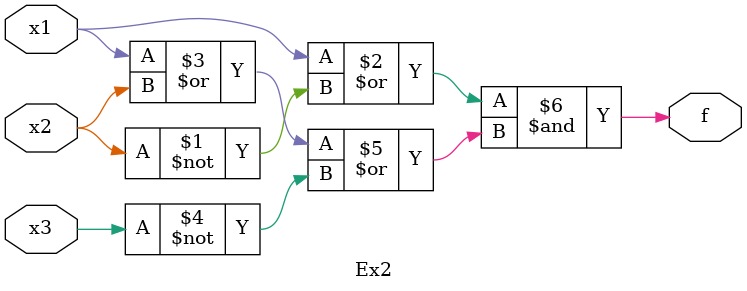
<source format=v>
module Ex2(x1,x2,x3, f);
input x1,x2,x3;
output f;
assign f = ~(~((x1 | ~x2)&(x1 | x2 | ~x3)));
endmodule

</source>
